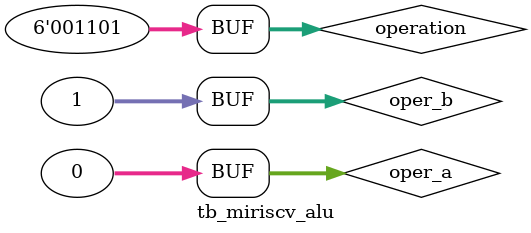
<source format=v>
`timescale 1ns / 1ps

module tb_miriscv_alu();
    `define ALU_ADD 6'b011000
    `define ALU_SUB 6'b011001
    `define ALU_XOR 6'b101111
    `define ALU_OR  6'b101110
    `define ALU_AND 6'b010101
    `define ALU_SRA 6'b100100
    `define ALU_SRL 6'b100101
    `define ALU_SLL 6'b100111
    `define ALU_LTS 6'b000000
    `define ALU_LTU 6'b000001
    `define ALU_GES 6'b001010
    `define ALU_GEU 6'b001011
    `define ALU_EQ  6'b001100
    `define ALU_NE  6'b001101
    
    reg [5:0]   operation;
    reg [31:0]  oper_a;
    reg [31:0]  oper_b;
    wire [31:0] result;
    wire        comp_res;
    integer     i;
    integer     j;
    reg         flag;
    
    miriscv_alu testing(
    .operator_i(operation),
    .operand_a_i(oper_a),
    .operand_b_i(oper_b),
    .result_o(result[31:0]),
    .comparison_result_o(comp_res)
    );
    
    initial 
    begin
        $display("Start testing:");
        
        //ADD
        begin
            $display("\tALU_ADD: ");
            operation = `ALU_ADD;
            oper_a <= 0;
            oper_b <= 0;
            #2;
            if (0 + 0 != result)
                $display("\t\tError 1 test");
            oper_a <= 1;
            oper_b <= 0;
            #2;
            if (1 != result)
                $display("\t\tError 2 test");
            oper_a <= 0;
            oper_b <= 1;
            #2;
            if (1 != result)
                $display("\t\tError 3 test");
            oper_a <= 1;
            oper_b <= 1;
            #2;
            if (2 != result)
                $display("\t\tError 4 test");
            oper_a <= 0;
            oper_b <= 0;
            #2;
            if (0 + 0 != result)
                $display("\t\tError 5 test");
            oper_a <= -1;
            oper_b <= 1;
            #2;
            if (0 != result)
                $display("\t\tError 6 test");
            oper_a <= -1;
            oper_b <= -1;
            #2;
            if (-2 != result)
                $display("\t\tError 7 test");
            else
                $display("\tADD OK\n");
        end
        //SUB 
        begin
            $display("\tALU_SUB: ");
            operation = `ALU_SUB;
            oper_a <= 0;
            oper_b <= 0;
            #2;
            if (0!= result)
                $display("\t\tError 1 test");
            oper_a <= 1;
            oper_b <= 0;
            #2;
            if (1 != result)
                $display("\t\tError 2 test");
            oper_a <= 0;
            oper_b <= 1;
            #2;
            if (-1 != result)
                $display("\t\tError 3 test");
            oper_a <= 1;
            oper_b <= 1;
            #2;
            if (0 != result)
                $display("\t\tError 4 test");
            oper_a <= 0;
            oper_b <= 0;
            #2;
            if (0 != result)
                $display("\t\tError 5 test");
            oper_a <= -1;
            oper_b <= 1;
            #2;
            if (-2 != result)
                $display("\t\tError 6 test");
            oper_a <= -1;
            oper_b <= -1;
            #2;
            if (0 != result)
                $display("\t\tError 7 test");
            else
                $display("\tSUB OK\n");
        end
        //XOR
        begin
            $display("\tALU_XOR: ");
            operation = `ALU_XOR;
            oper_a <= 0;
            oper_b <= 0;
            #2;
            if (0 != result)
                $display("\t\tError 1 test");
            oper_a <= 1;
            oper_b <= 0;
            #2;
            if (1 != result)
                $display("\t\tError 2 test");
            oper_a <= 0;
            oper_b <= 1;
            #2;
            if (1 != result)
                $display("\t\tError 3 test");
            oper_a <= 1;
            oper_b <= 1;
            #2;
            if (0 != result)
                $display("\t\tError 4 test");
            oper_a <= 0;
            oper_b <= 0;
            #2;
            if (0 != result)
                $display("\t\tError 5 test");
            oper_a <= -1;
            oper_b <= 1;
            #2;
            if (-2 != result)
                $display("\t\tError 6 test");
            oper_a <= -1;
            oper_b <= -1;
            #2;
            if (0 != result)
                $display("\t\tError 7 test");
            else
                $display("\tXOR OK\n");
        end
        //OR
        begin
            $display("\tALU_OR: ");
            operation = `ALU_OR;
            oper_a <= 0;
            oper_b <= 0;
            #2;
            if (0 + 0 != result)
                $display("\t\tError 1 test");
            oper_a <= 1;
            oper_b <= 0;
            #2;
            if (1 != result)
                $display("\t\tError 2 test");
            oper_a <= 0;
            oper_b <= 1;
            #2;
            if (1 != result)
                $display("\t\tError 3 test");
            oper_a <= 1;
            oper_b <= 1;
            #2;
            if (1 != result)
                $display("\t\tError 4 test");
            oper_a <= 0;
            oper_b <= 0;
            #2;
            if (0 + 0 != result)
                $display("\t\tError 5 test");
            oper_a <= -1;
            oper_b <= 1;
            #2;
            if (-1 != result)
                $display("\t\tError 6 test");
            oper_a <= -1;
            oper_b <= -1;
            #2;
            if (-1 != result)
                $display("\t\tError 7 test");
            else
                $display("\tOR OK\n");
        end
        //AND
        begin
            $display("\tALU_AND: ");
            operation = `ALU_AND;
            oper_a <= 0;
            oper_b <= 0;
            #2;
            if (0!= result)
                $display("\t\tError 1 test");
            oper_a <= 1;
            oper_b <= 0;
            #2;
            if (0 != result)
                $display("\t\tError 2 test");
            oper_a <= 0;
            oper_b <= 1;
            #2;
            if (0 != result)
                $display("\t\tError 3 test");
            oper_a <= 1;
            oper_b <= 1;
            #2;
            if (1 != result)
                $display("\t\tError 4 test");
            oper_a <= 0;
            oper_b <= 0;
            #2;
            if (0 != result)
                $display("\t\tError 5 test");
            oper_a <= -1;
            oper_b <= 1;
            #2;
            if (1 != result)
                $display("\t\tError 6 test");
            oper_a <= -1;
            oper_b <= -1;
            #2;
            if (-1 != result)
                $display("\t\tError 7 test");
            else
                $display("\tSUB OK\n");
        end
        //SRA
        begin
            $display("\tALU_SRA: ");
            operation = `ALU_SRA;
            oper_a <= 0;
            oper_b <= 0;
            #2;
            if (0 != result)
                $display("\t\tError 1 test");
            oper_a <= 1;
            oper_b <= 0;
            #2;
            if (1 != result)
                $display("\t\tError 2 test");
            oper_a <= 0;
            oper_b <= 1;
            #2;
            if (0 != result)
                $display("\t\tError 3 test");
            oper_a <= 1;
            oper_b <= 1;
            #2;
            if (0 != result)
                $display("\t\tError 4 test");
            oper_a <= 0;
            oper_b <= 0;
            #2;
            if (0 != result)
                $display("\t\tError 5 test");
            oper_a <= -1;
            oper_b <= 1;
            #2;
            if (($signed(-1) >>> $signed(1)) != $signed(result))
                $display("\t\tError 6 test");
            oper_a <= -1;
            oper_b <= -1;
            #2;
            if (($signed(oper_a) >>> $signed(oper_b)) != $signed(result))
                $display("\t\tError 7 test");
            else
                $display("\tSRA OK\n");
        end
        //SLL
        begin
            $display("\tALU_SLL: ");
            operation = `ALU_SLL;
            oper_a <= 0;
            oper_b <= 0;
            #2;
            if (0 != result)
                $display("\t\tError 1 test");
            oper_a <= 1;
            oper_b <= 0;
            #2;
            if (1 != result)
                $display("\t\tError 2 test");
            oper_a <= 0;
            oper_b <= 1;
            #2;
            if (0 != result)
                $display("\t\tError 3 test");
            oper_a <= 1;
            oper_b <= 1;
            #2;
            if (2 != result)
                $display("\t\tError 4 test");
            oper_a <= 0;
            oper_b <= 0;
            #2;
            if (0 + 0 != result)
                $display("\t\tError 5 test");
            oper_a <= -1;
            oper_b <= 1;
            #2;
            if (-2 != result)
                $display("\t\tError 6 test");
            oper_a <= -1;
            oper_b <= -1;
            #2;
            if (0 != result)
                $display("\t\tError 7 test");
            else
                $display("\tSLL OK\n");
        end 
        //SRL
        begin
            $display("\tALU_SRL: ");
            operation = `ALU_SRL;
            oper_a <= 0;
            oper_b <= 0;
            #2;
            if (0!= result)
                $display("\t\tError 1 test");
            oper_a <= 1;
            oper_b <= 0;
            #2;
            if (1 != result)
                $display("\t\tError 2 test");
            oper_a <= 0;
            oper_b <= 1;
            #2;
            if (0 != result)
                $display("\t\tError 3 test");
            oper_a <= 1;
            oper_b <= 1;
            #2;
            if (0 != result)
                $display("\t\tError 4 test");
            oper_a <= 0;
            oper_b <= 0;
            #2;
            if (0 != result)
                $display("\t\tError 5 test");
            oper_a <= -1;
            oper_b <= 1;
            #2;
            if ((oper_a & 'h7fffffff) != result)
                $display("\t\tError 6 test");
            oper_a <= -1;
            oper_b <= -1;
            #2;
            if (0 != result)
                $display("\t\tError 7 test");
            else
                $display("\tSRL OK\n");
        end
        
        //LTS
        begin
            $display("\tALU_LTS: ");
            operation = `ALU_LTS;
            oper_a <= 0;
            oper_b <= 0;
            #2;
            if (0 != result)
                $display("\t\tError 1 test");
            oper_a <= 1;
            oper_b <= 0;
            #2;
            if (0 != result)
                $display("\t\tError 2 test");
            oper_a <= 0;
            oper_b <= 1;
            #2;
            if (1 != result)
                $display("\t\tError 3 test");
            oper_a <= 1;
            oper_b <= 1;
            #2;
            if (0 != result)
                $display("\t\tError 4 test");
            oper_a <= 0;
            oper_b <= 0;
            #2;
            if (0 != result)
                $display("\t\tError 5 test");
            oper_a <= -1;
            oper_b <= 1;
            #2;
            if (1 != result)
                $display("\t\tError 6 test");
            oper_a <= -1;
            oper_b <= -1;
            #2;
            if (0 != result)
                $display("\t\tError 7 test");
            else
                $display("\tLTS OK\n");
        end
        //LTU
        begin
            $display("\tALU_LTU: ");
            operation = `ALU_LTU;
            oper_a <= 0;
            oper_b <= 0;
            #2;
            if (0 + 0 != result)
                $display("\t\tError 1 test");
            oper_a <= 1;
            oper_b <= 0;
            #2;
            if (0 != result)
                $display("\t\tError 2 test");
            oper_a <= 0;
            oper_b <= 1;
            #2;
            if (1 != result)
                $display("\t\tError 3 test");
            oper_a <= 1;
            oper_b <= 1;
            #2;
            if (0 != result)
                $display("\t\tError 4 test");
            oper_a <= 0;
            oper_b <= 0;
            #2;
            if (0 + 0 != result)
                $display("\t\tError 5 test");
            oper_a <= 1;
            oper_b <= -1;
            #2;
            if (1 != result)
                $display("\t\tError 6 test");
            oper_a <= -1;
            oper_b <= -1;
            #2;
            if (0 != result)
                $display("\t\tError 7 test");
            else
                $display("\tLTU OK\n");
        end
        //GES
        begin
            $display("\tALU_GES: ");
            operation = `ALU_GES;
            oper_a <= 0;
            oper_b <= 0;
            #2;
            if (1 != result)
                $display("\t\tError 1 test");
            oper_a <= 1;
            oper_b <= 0;
            #2;
            if (1 != result)
                $display("\t\tError 2 test");
            oper_a <= 0;
            oper_b <= 1;
            #2;
            if (0 != result)
                $display("\t\tError 3 test");
            oper_a <= 1;
            oper_b <= 1;
            #2;
            if (1 != result)
                $display("\t\tError 4 test");
            oper_a <= 0;
            oper_b <= 0;
            #2;
            if (1 != result)
                $display("\t\tError 5 test");
            oper_a <= -1;
            oper_b <= 1;
            #2;
            if (0 != result)
                $display("\t\tError 6 test");
            oper_a <= -1;
            oper_b <= -1;
            #2;
            if (1 != result)
                $display("\t\tError 7 test");
            else
                $display("\tGES OK\n");
        end
        //GEU
        begin
            $display("\tALU_GEU: ");
            operation = `ALU_GEU;
            oper_a <= 0;
            oper_b <= 0;
            #2;
            if (1 != result)
                $display("\t\tError 1 test");
            oper_a <= 1;
            oper_b <= 0;
            #2;
            if (1 != result)
                $display("\t\tError 2 test");
            oper_a <= 0;
            oper_b <= 1;
            #2;
            if (0 != result)
                $display("\t\tError 3 test");
            oper_a <= 1;
            oper_b <= 1;
            #2;
            if (1 != result)
                $display("\t\tError 4 test");
            oper_a <= 0;
            oper_b <= -1;
            #2;
            if (0 != result)
                $display("\t\tError 5 test");
            oper_a <= -1;
            oper_b <= 1;
            #2;
            if (1 != result)
                $display("\t\tError 6 test");
            oper_a <= -1;
            oper_b <= -1;
            #2;
            if (1 != result)
                $display("\t\tError 7 test");
            else
                $display("\tGEU OK\n");
        end
        
        begin
            $display("\tALU_EQ:");
            operation = `ALU_EQ;
            oper_a <= 0;
            oper_b <= 0;
            #2;
            if (1 != result)
                $display("\t\tError EQ");
            else
                $display("\tEQ OK\n");
        end
        
        begin
            $display("\tALU_NE:");
            operation = `ALU_NE;
            oper_a <= 0;
            oper_b <= 1;
            #2;
            if (1 != result)
                $display("\t\tError NE");
            else
                $display("\tNE OK\n");
        end
    end


endmodule

</source>
